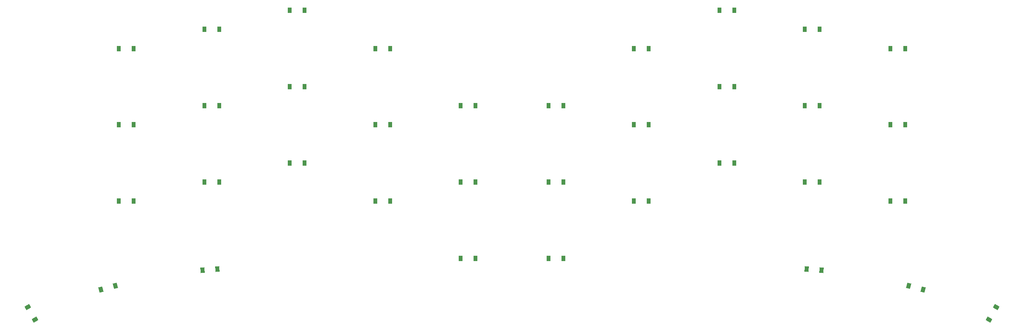
<source format=gbr>
%TF.GenerationSoftware,KiCad,Pcbnew,(6.0.4)*%
%TF.CreationDate,2022-07-03T23:33:08-04:00*%
%TF.ProjectId,glitch36,676c6974-6368-4333-962e-6b696361645f,v1.0.0*%
%TF.SameCoordinates,Original*%
%TF.FileFunction,Paste,Bot*%
%TF.FilePolarity,Positive*%
%FSLAX46Y46*%
G04 Gerber Fmt 4.6, Leading zero omitted, Abs format (unit mm)*
G04 Created by KiCad (PCBNEW (6.0.4)) date 2022-07-03 23:33:08*
%MOMM*%
%LPD*%
G01*
G04 APERTURE LIST*
G04 Aperture macros list*
%AMRotRect*
0 Rectangle, with rotation*
0 The origin of the aperture is its center*
0 $1 length*
0 $2 width*
0 $3 Rotation angle, in degrees counterclockwise*
0 Add horizontal line*
21,1,$1,$2,0,0,$3*%
G04 Aperture macros list end*
%ADD10R,0.900000X1.200000*%
%ADD11RotRect,0.900000X1.200000X175.000000*%
%ADD12RotRect,0.900000X1.200000X165.000000*%
%ADD13RotRect,0.900000X1.200000X240.000000*%
%ADD14RotRect,0.900000X1.200000X185.000000*%
%ADD15RotRect,0.900000X1.200000X195.000000*%
%ADD16RotRect,0.900000X1.200000X120.000000*%
G04 APERTURE END LIST*
D10*
%TO.C,D1*%
X1650000Y-4500000D03*
X-1650000Y-4500000D03*
%TD*%
%TO.C,D2*%
X1650000Y12500000D03*
X-1650000Y12500000D03*
%TD*%
%TO.C,D3*%
X1650000Y29500000D03*
X-1650000Y29500000D03*
%TD*%
%TO.C,D4*%
X20650000Y8250000D03*
X17350000Y8250000D03*
%TD*%
%TO.C,D5*%
X20650000Y25250000D03*
X17350000Y25250000D03*
%TD*%
%TO.C,D6*%
X20650000Y42250000D03*
X17350000Y42250000D03*
%TD*%
%TO.C,D7*%
X39650000Y16750000D03*
X36350000Y16750000D03*
%TD*%
%TO.C,D8*%
X39650000Y33750000D03*
X36350000Y33750000D03*
%TD*%
%TO.C,D9*%
X39650000Y50750000D03*
X36350000Y50750000D03*
%TD*%
%TO.C,D10*%
X58650000Y12500000D03*
X55350000Y12500000D03*
%TD*%
%TO.C,D11*%
X58650000Y29500000D03*
X55350000Y29500000D03*
%TD*%
%TO.C,D12*%
X58650000Y46500000D03*
X55350000Y46500000D03*
%TD*%
%TO.C,D13*%
X77650000Y8250000D03*
X74350000Y8250000D03*
%TD*%
%TO.C,D14*%
X77650000Y25250000D03*
X74350000Y25250000D03*
%TD*%
%TO.C,D15*%
X77650000Y42250000D03*
X74350000Y42250000D03*
%TD*%
D11*
%TO.C,D16*%
X55748480Y-6873317D03*
X59035922Y-7160931D03*
%TD*%
D12*
%TO.C,D17*%
X78472656Y-10588152D03*
X81660212Y-11442254D03*
%TD*%
D13*
%TO.C,D18*%
X96281715Y-18185852D03*
X97931715Y-15327968D03*
%TD*%
D10*
%TO.C,D19*%
X-17900000Y-4500000D03*
X-21200000Y-4500000D03*
%TD*%
%TO.C,D20*%
X-17900000Y12500000D03*
X-21200000Y12500000D03*
%TD*%
%TO.C,D21*%
X-17900000Y29500000D03*
X-21200000Y29500000D03*
%TD*%
%TO.C,D22*%
X-36900000Y8250000D03*
X-40200000Y8250000D03*
%TD*%
%TO.C,D23*%
X-36900000Y25250000D03*
X-40200000Y25250000D03*
%TD*%
%TO.C,D24*%
X-36900000Y42250000D03*
X-40200000Y42250000D03*
%TD*%
%TO.C,D25*%
X-55900000Y16750000D03*
X-59200000Y16750000D03*
%TD*%
%TO.C,D26*%
X-55900000Y33750000D03*
X-59200000Y33750000D03*
%TD*%
%TO.C,D27*%
X-55900000Y50750000D03*
X-59200000Y50750000D03*
%TD*%
%TO.C,D28*%
X-74900000Y12500000D03*
X-78200000Y12500000D03*
%TD*%
%TO.C,D29*%
X-74900000Y29500000D03*
X-78200000Y29500000D03*
%TD*%
%TO.C,D30*%
X-74900000Y46500000D03*
X-78200000Y46500000D03*
%TD*%
%TO.C,D31*%
X-93900000Y8250000D03*
X-97200000Y8250000D03*
%TD*%
%TO.C,D32*%
X-93900000Y25250000D03*
X-97200000Y25250000D03*
%TD*%
%TO.C,D33*%
X-93900000Y42250000D03*
X-97200000Y42250000D03*
%TD*%
D14*
%TO.C,D34*%
X-78585922Y-7160931D03*
X-75298480Y-6873317D03*
%TD*%
D15*
%TO.C,D35*%
X-101210212Y-11442254D03*
X-98022656Y-10588152D03*
%TD*%
D16*
%TO.C,D36*%
X-117481715Y-15327968D03*
X-115831715Y-18185852D03*
%TD*%
M02*

</source>
